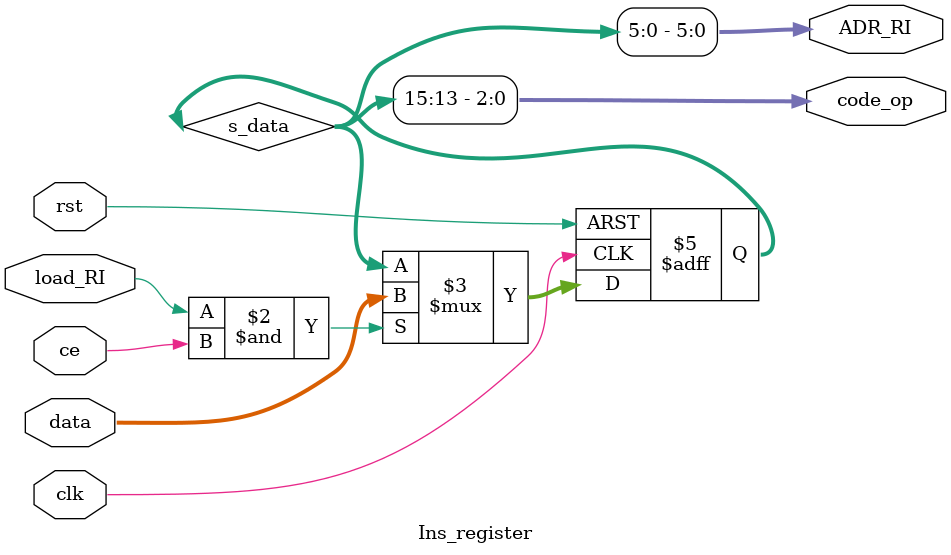
<source format=v>
module Ins_register (
  input  clk,
  input  rst,
  input  ce,
  input  [15:0] data,
  input  load_RI,
  output [2:0] code_op,
  output [5:0] ADR_RI
);
  reg [15:0] s_data; // Registre d'instruction

  assign code_op = s_data[15:13]; // Extraction du code opération
  assign ADR_RI  = s_data[5:0];   // Extraction de l'adresse

  always @(posedge clk or posedge rst)
    if (rst)
      s_data <= 16'b0;
    else if (load_RI & ce) 
      s_data <= data;

endmodule

</source>
